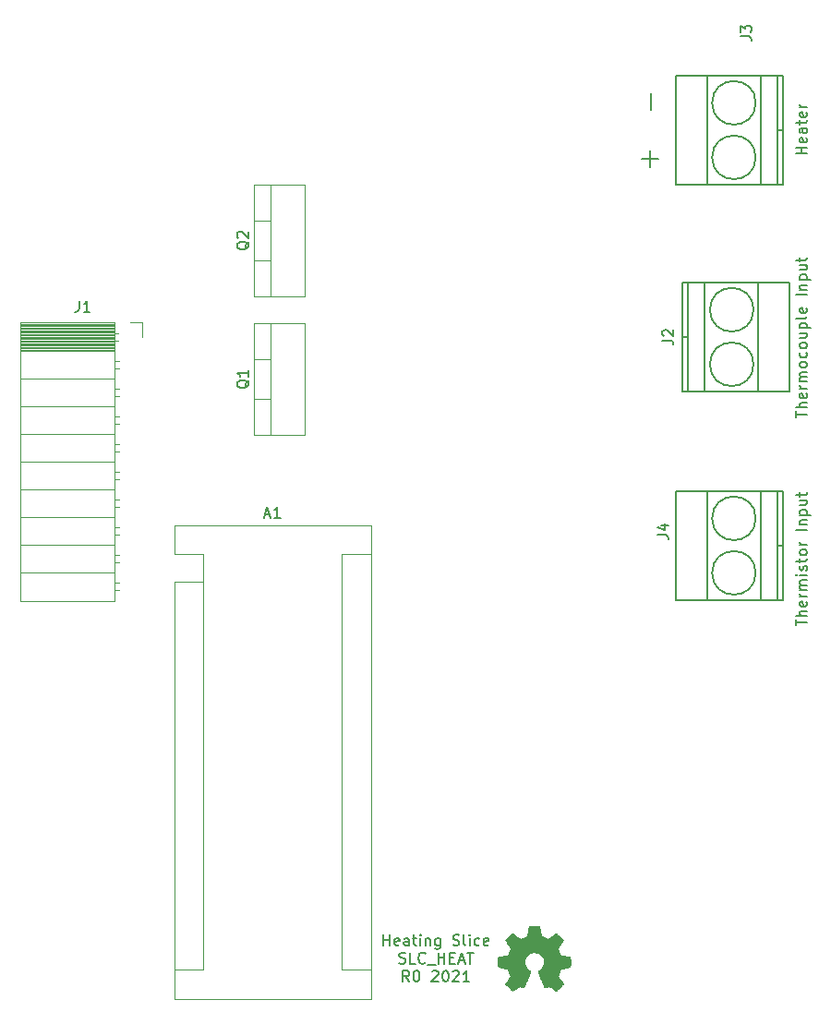
<source format=gbr>
%TF.GenerationSoftware,KiCad,Pcbnew,5.1.10*%
%TF.CreationDate,2021-10-26T18:06:13-04:00*%
%TF.ProjectId,BREAD_Slice,42524541-445f-4536-9c69-63652e6b6963,rev?*%
%TF.SameCoordinates,Original*%
%TF.FileFunction,Legend,Top*%
%TF.FilePolarity,Positive*%
%FSLAX46Y46*%
G04 Gerber Fmt 4.6, Leading zero omitted, Abs format (unit mm)*
G04 Created by KiCad (PCBNEW 5.1.10) date 2021-10-26 18:06:13*
%MOMM*%
%LPD*%
G01*
G04 APERTURE LIST*
%ADD10C,0.150000*%
%ADD11C,0.120000*%
%ADD12C,0.010000*%
G04 APERTURE END LIST*
D10*
X177352857Y-58011904D02*
X177352857Y-56488095D01*
X176448095Y-62472857D02*
X177971904Y-62472857D01*
X177210000Y-63234761D02*
X177210000Y-61710952D01*
X191632380Y-61980476D02*
X190632380Y-61980476D01*
X191108571Y-61980476D02*
X191108571Y-61409047D01*
X191632380Y-61409047D02*
X190632380Y-61409047D01*
X191584761Y-60551904D02*
X191632380Y-60647142D01*
X191632380Y-60837619D01*
X191584761Y-60932857D01*
X191489523Y-60980476D01*
X191108571Y-60980476D01*
X191013333Y-60932857D01*
X190965714Y-60837619D01*
X190965714Y-60647142D01*
X191013333Y-60551904D01*
X191108571Y-60504285D01*
X191203809Y-60504285D01*
X191299047Y-60980476D01*
X191632380Y-59647142D02*
X191108571Y-59647142D01*
X191013333Y-59694761D01*
X190965714Y-59790000D01*
X190965714Y-59980476D01*
X191013333Y-60075714D01*
X191584761Y-59647142D02*
X191632380Y-59742380D01*
X191632380Y-59980476D01*
X191584761Y-60075714D01*
X191489523Y-60123333D01*
X191394285Y-60123333D01*
X191299047Y-60075714D01*
X191251428Y-59980476D01*
X191251428Y-59742380D01*
X191203809Y-59647142D01*
X190965714Y-59313809D02*
X190965714Y-58932857D01*
X190632380Y-59170952D02*
X191489523Y-59170952D01*
X191584761Y-59123333D01*
X191632380Y-59028095D01*
X191632380Y-58932857D01*
X191584761Y-58218571D02*
X191632380Y-58313809D01*
X191632380Y-58504285D01*
X191584761Y-58599523D01*
X191489523Y-58647142D01*
X191108571Y-58647142D01*
X191013333Y-58599523D01*
X190965714Y-58504285D01*
X190965714Y-58313809D01*
X191013333Y-58218571D01*
X191108571Y-58170952D01*
X191203809Y-58170952D01*
X191299047Y-58647142D01*
X191632380Y-57742380D02*
X190965714Y-57742380D01*
X191156190Y-57742380D02*
X191060952Y-57694761D01*
X191013333Y-57647142D01*
X190965714Y-57551904D01*
X190965714Y-57456666D01*
X190632380Y-86173333D02*
X190632380Y-85601904D01*
X191632380Y-85887619D02*
X190632380Y-85887619D01*
X191632380Y-85268571D02*
X190632380Y-85268571D01*
X191632380Y-84840000D02*
X191108571Y-84840000D01*
X191013333Y-84887619D01*
X190965714Y-84982857D01*
X190965714Y-85125714D01*
X191013333Y-85220952D01*
X191060952Y-85268571D01*
X191584761Y-83982857D02*
X191632380Y-84078095D01*
X191632380Y-84268571D01*
X191584761Y-84363809D01*
X191489523Y-84411428D01*
X191108571Y-84411428D01*
X191013333Y-84363809D01*
X190965714Y-84268571D01*
X190965714Y-84078095D01*
X191013333Y-83982857D01*
X191108571Y-83935238D01*
X191203809Y-83935238D01*
X191299047Y-84411428D01*
X191632380Y-83506666D02*
X190965714Y-83506666D01*
X191156190Y-83506666D02*
X191060952Y-83459047D01*
X191013333Y-83411428D01*
X190965714Y-83316190D01*
X190965714Y-83220952D01*
X191632380Y-82887619D02*
X190965714Y-82887619D01*
X191060952Y-82887619D02*
X191013333Y-82840000D01*
X190965714Y-82744761D01*
X190965714Y-82601904D01*
X191013333Y-82506666D01*
X191108571Y-82459047D01*
X191632380Y-82459047D01*
X191108571Y-82459047D02*
X191013333Y-82411428D01*
X190965714Y-82316190D01*
X190965714Y-82173333D01*
X191013333Y-82078095D01*
X191108571Y-82030476D01*
X191632380Y-82030476D01*
X191632380Y-81411428D02*
X191584761Y-81506666D01*
X191537142Y-81554285D01*
X191441904Y-81601904D01*
X191156190Y-81601904D01*
X191060952Y-81554285D01*
X191013333Y-81506666D01*
X190965714Y-81411428D01*
X190965714Y-81268571D01*
X191013333Y-81173333D01*
X191060952Y-81125714D01*
X191156190Y-81078095D01*
X191441904Y-81078095D01*
X191537142Y-81125714D01*
X191584761Y-81173333D01*
X191632380Y-81268571D01*
X191632380Y-81411428D01*
X191584761Y-80220952D02*
X191632380Y-80316190D01*
X191632380Y-80506666D01*
X191584761Y-80601904D01*
X191537142Y-80649523D01*
X191441904Y-80697142D01*
X191156190Y-80697142D01*
X191060952Y-80649523D01*
X191013333Y-80601904D01*
X190965714Y-80506666D01*
X190965714Y-80316190D01*
X191013333Y-80220952D01*
X191632380Y-79649523D02*
X191584761Y-79744761D01*
X191537142Y-79792380D01*
X191441904Y-79840000D01*
X191156190Y-79840000D01*
X191060952Y-79792380D01*
X191013333Y-79744761D01*
X190965714Y-79649523D01*
X190965714Y-79506666D01*
X191013333Y-79411428D01*
X191060952Y-79363809D01*
X191156190Y-79316190D01*
X191441904Y-79316190D01*
X191537142Y-79363809D01*
X191584761Y-79411428D01*
X191632380Y-79506666D01*
X191632380Y-79649523D01*
X190965714Y-78459047D02*
X191632380Y-78459047D01*
X190965714Y-78887619D02*
X191489523Y-78887619D01*
X191584761Y-78840000D01*
X191632380Y-78744761D01*
X191632380Y-78601904D01*
X191584761Y-78506666D01*
X191537142Y-78459047D01*
X190965714Y-77982857D02*
X191965714Y-77982857D01*
X191013333Y-77982857D02*
X190965714Y-77887619D01*
X190965714Y-77697142D01*
X191013333Y-77601904D01*
X191060952Y-77554285D01*
X191156190Y-77506666D01*
X191441904Y-77506666D01*
X191537142Y-77554285D01*
X191584761Y-77601904D01*
X191632380Y-77697142D01*
X191632380Y-77887619D01*
X191584761Y-77982857D01*
X191632380Y-76935238D02*
X191584761Y-77030476D01*
X191489523Y-77078095D01*
X190632380Y-77078095D01*
X191584761Y-76173333D02*
X191632380Y-76268571D01*
X191632380Y-76459047D01*
X191584761Y-76554285D01*
X191489523Y-76601904D01*
X191108571Y-76601904D01*
X191013333Y-76554285D01*
X190965714Y-76459047D01*
X190965714Y-76268571D01*
X191013333Y-76173333D01*
X191108571Y-76125714D01*
X191203809Y-76125714D01*
X191299047Y-76601904D01*
X191632380Y-74935238D02*
X190632380Y-74935238D01*
X190965714Y-74459047D02*
X191632380Y-74459047D01*
X191060952Y-74459047D02*
X191013333Y-74411428D01*
X190965714Y-74316190D01*
X190965714Y-74173333D01*
X191013333Y-74078095D01*
X191108571Y-74030476D01*
X191632380Y-74030476D01*
X190965714Y-73554285D02*
X191965714Y-73554285D01*
X191013333Y-73554285D02*
X190965714Y-73459047D01*
X190965714Y-73268571D01*
X191013333Y-73173333D01*
X191060952Y-73125714D01*
X191156190Y-73078095D01*
X191441904Y-73078095D01*
X191537142Y-73125714D01*
X191584761Y-73173333D01*
X191632380Y-73268571D01*
X191632380Y-73459047D01*
X191584761Y-73554285D01*
X190965714Y-72220952D02*
X191632380Y-72220952D01*
X190965714Y-72649523D02*
X191489523Y-72649523D01*
X191584761Y-72601904D01*
X191632380Y-72506666D01*
X191632380Y-72363809D01*
X191584761Y-72268571D01*
X191537142Y-72220952D01*
X190965714Y-71887619D02*
X190965714Y-71506666D01*
X190632380Y-71744761D02*
X191489523Y-71744761D01*
X191584761Y-71697142D01*
X191632380Y-71601904D01*
X191632380Y-71506666D01*
X190632380Y-105255238D02*
X190632380Y-104683809D01*
X191632380Y-104969523D02*
X190632380Y-104969523D01*
X191632380Y-104350476D02*
X190632380Y-104350476D01*
X191632380Y-103921904D02*
X191108571Y-103921904D01*
X191013333Y-103969523D01*
X190965714Y-104064761D01*
X190965714Y-104207619D01*
X191013333Y-104302857D01*
X191060952Y-104350476D01*
X191584761Y-103064761D02*
X191632380Y-103160000D01*
X191632380Y-103350476D01*
X191584761Y-103445714D01*
X191489523Y-103493333D01*
X191108571Y-103493333D01*
X191013333Y-103445714D01*
X190965714Y-103350476D01*
X190965714Y-103160000D01*
X191013333Y-103064761D01*
X191108571Y-103017142D01*
X191203809Y-103017142D01*
X191299047Y-103493333D01*
X191632380Y-102588571D02*
X190965714Y-102588571D01*
X191156190Y-102588571D02*
X191060952Y-102540952D01*
X191013333Y-102493333D01*
X190965714Y-102398095D01*
X190965714Y-102302857D01*
X191632380Y-101969523D02*
X190965714Y-101969523D01*
X191060952Y-101969523D02*
X191013333Y-101921904D01*
X190965714Y-101826666D01*
X190965714Y-101683809D01*
X191013333Y-101588571D01*
X191108571Y-101540952D01*
X191632380Y-101540952D01*
X191108571Y-101540952D02*
X191013333Y-101493333D01*
X190965714Y-101398095D01*
X190965714Y-101255238D01*
X191013333Y-101160000D01*
X191108571Y-101112380D01*
X191632380Y-101112380D01*
X191632380Y-100636190D02*
X190965714Y-100636190D01*
X190632380Y-100636190D02*
X190680000Y-100683809D01*
X190727619Y-100636190D01*
X190680000Y-100588571D01*
X190632380Y-100636190D01*
X190727619Y-100636190D01*
X191584761Y-100207619D02*
X191632380Y-100112380D01*
X191632380Y-99921904D01*
X191584761Y-99826666D01*
X191489523Y-99779047D01*
X191441904Y-99779047D01*
X191346666Y-99826666D01*
X191299047Y-99921904D01*
X191299047Y-100064761D01*
X191251428Y-100160000D01*
X191156190Y-100207619D01*
X191108571Y-100207619D01*
X191013333Y-100160000D01*
X190965714Y-100064761D01*
X190965714Y-99921904D01*
X191013333Y-99826666D01*
X190965714Y-99493333D02*
X190965714Y-99112380D01*
X190632380Y-99350476D02*
X191489523Y-99350476D01*
X191584761Y-99302857D01*
X191632380Y-99207619D01*
X191632380Y-99112380D01*
X191632380Y-98636190D02*
X191584761Y-98731428D01*
X191537142Y-98779047D01*
X191441904Y-98826666D01*
X191156190Y-98826666D01*
X191060952Y-98779047D01*
X191013333Y-98731428D01*
X190965714Y-98636190D01*
X190965714Y-98493333D01*
X191013333Y-98398095D01*
X191060952Y-98350476D01*
X191156190Y-98302857D01*
X191441904Y-98302857D01*
X191537142Y-98350476D01*
X191584761Y-98398095D01*
X191632380Y-98493333D01*
X191632380Y-98636190D01*
X191632380Y-97874285D02*
X190965714Y-97874285D01*
X191156190Y-97874285D02*
X191060952Y-97826666D01*
X191013333Y-97779047D01*
X190965714Y-97683809D01*
X190965714Y-97588571D01*
X191632380Y-96493333D02*
X190632380Y-96493333D01*
X190965714Y-96017142D02*
X191632380Y-96017142D01*
X191060952Y-96017142D02*
X191013333Y-95969523D01*
X190965714Y-95874285D01*
X190965714Y-95731428D01*
X191013333Y-95636190D01*
X191108571Y-95588571D01*
X191632380Y-95588571D01*
X190965714Y-95112380D02*
X191965714Y-95112380D01*
X191013333Y-95112380D02*
X190965714Y-95017142D01*
X190965714Y-94826666D01*
X191013333Y-94731428D01*
X191060952Y-94683809D01*
X191156190Y-94636190D01*
X191441904Y-94636190D01*
X191537142Y-94683809D01*
X191584761Y-94731428D01*
X191632380Y-94826666D01*
X191632380Y-95017142D01*
X191584761Y-95112380D01*
X190965714Y-93779047D02*
X191632380Y-93779047D01*
X190965714Y-94207619D02*
X191489523Y-94207619D01*
X191584761Y-94160000D01*
X191632380Y-94064761D01*
X191632380Y-93921904D01*
X191584761Y-93826666D01*
X191537142Y-93779047D01*
X190965714Y-93445714D02*
X190965714Y-93064761D01*
X190632380Y-93302857D02*
X191489523Y-93302857D01*
X191584761Y-93255238D01*
X191632380Y-93160000D01*
X191632380Y-93064761D01*
X152790475Y-134602380D02*
X152790475Y-133602380D01*
X152790475Y-134078571D02*
X153361903Y-134078571D01*
X153361903Y-134602380D02*
X153361903Y-133602380D01*
X154219046Y-134554761D02*
X154123808Y-134602380D01*
X153933332Y-134602380D01*
X153838094Y-134554761D01*
X153790475Y-134459523D01*
X153790475Y-134078571D01*
X153838094Y-133983333D01*
X153933332Y-133935714D01*
X154123808Y-133935714D01*
X154219046Y-133983333D01*
X154266665Y-134078571D01*
X154266665Y-134173809D01*
X153790475Y-134269047D01*
X155123808Y-134602380D02*
X155123808Y-134078571D01*
X155076189Y-133983333D01*
X154980951Y-133935714D01*
X154790475Y-133935714D01*
X154695237Y-133983333D01*
X155123808Y-134554761D02*
X155028570Y-134602380D01*
X154790475Y-134602380D01*
X154695237Y-134554761D01*
X154647618Y-134459523D01*
X154647618Y-134364285D01*
X154695237Y-134269047D01*
X154790475Y-134221428D01*
X155028570Y-134221428D01*
X155123808Y-134173809D01*
X155457141Y-133935714D02*
X155838094Y-133935714D01*
X155599999Y-133602380D02*
X155599999Y-134459523D01*
X155647618Y-134554761D01*
X155742856Y-134602380D01*
X155838094Y-134602380D01*
X156171427Y-134602380D02*
X156171427Y-133935714D01*
X156171427Y-133602380D02*
X156123808Y-133650000D01*
X156171427Y-133697619D01*
X156219046Y-133650000D01*
X156171427Y-133602380D01*
X156171427Y-133697619D01*
X156647618Y-133935714D02*
X156647618Y-134602380D01*
X156647618Y-134030952D02*
X156695237Y-133983333D01*
X156790475Y-133935714D01*
X156933332Y-133935714D01*
X157028570Y-133983333D01*
X157076189Y-134078571D01*
X157076189Y-134602380D01*
X157980951Y-133935714D02*
X157980951Y-134745238D01*
X157933332Y-134840476D01*
X157885713Y-134888095D01*
X157790475Y-134935714D01*
X157647618Y-134935714D01*
X157552379Y-134888095D01*
X157980951Y-134554761D02*
X157885713Y-134602380D01*
X157695237Y-134602380D01*
X157599999Y-134554761D01*
X157552379Y-134507142D01*
X157504760Y-134411904D01*
X157504760Y-134126190D01*
X157552379Y-134030952D01*
X157599999Y-133983333D01*
X157695237Y-133935714D01*
X157885713Y-133935714D01*
X157980951Y-133983333D01*
X159171427Y-134554761D02*
X159314284Y-134602380D01*
X159552379Y-134602380D01*
X159647618Y-134554761D01*
X159695237Y-134507142D01*
X159742856Y-134411904D01*
X159742856Y-134316666D01*
X159695237Y-134221428D01*
X159647618Y-134173809D01*
X159552379Y-134126190D01*
X159361903Y-134078571D01*
X159266665Y-134030952D01*
X159219046Y-133983333D01*
X159171427Y-133888095D01*
X159171427Y-133792857D01*
X159219046Y-133697619D01*
X159266665Y-133650000D01*
X159361903Y-133602380D01*
X159599999Y-133602380D01*
X159742856Y-133650000D01*
X160314284Y-134602380D02*
X160219046Y-134554761D01*
X160171427Y-134459523D01*
X160171427Y-133602380D01*
X160695237Y-134602380D02*
X160695237Y-133935714D01*
X160695237Y-133602380D02*
X160647618Y-133650000D01*
X160695237Y-133697619D01*
X160742856Y-133650000D01*
X160695237Y-133602380D01*
X160695237Y-133697619D01*
X161599999Y-134554761D02*
X161504760Y-134602380D01*
X161314284Y-134602380D01*
X161219046Y-134554761D01*
X161171427Y-134507142D01*
X161123808Y-134411904D01*
X161123808Y-134126190D01*
X161171427Y-134030952D01*
X161219046Y-133983333D01*
X161314284Y-133935714D01*
X161504760Y-133935714D01*
X161599999Y-133983333D01*
X162409522Y-134554761D02*
X162314284Y-134602380D01*
X162123808Y-134602380D01*
X162028570Y-134554761D01*
X161980951Y-134459523D01*
X161980951Y-134078571D01*
X162028570Y-133983333D01*
X162123808Y-133935714D01*
X162314284Y-133935714D01*
X162409522Y-133983333D01*
X162457141Y-134078571D01*
X162457141Y-134173809D01*
X161980951Y-134269047D01*
X154242856Y-136204761D02*
X154385713Y-136252380D01*
X154623808Y-136252380D01*
X154719046Y-136204761D01*
X154766665Y-136157142D01*
X154814284Y-136061904D01*
X154814284Y-135966666D01*
X154766665Y-135871428D01*
X154719046Y-135823809D01*
X154623808Y-135776190D01*
X154433332Y-135728571D01*
X154338094Y-135680952D01*
X154290475Y-135633333D01*
X154242856Y-135538095D01*
X154242856Y-135442857D01*
X154290475Y-135347619D01*
X154338094Y-135300000D01*
X154433332Y-135252380D01*
X154671427Y-135252380D01*
X154814284Y-135300000D01*
X155719046Y-136252380D02*
X155242856Y-136252380D01*
X155242856Y-135252380D01*
X156623808Y-136157142D02*
X156576189Y-136204761D01*
X156433332Y-136252380D01*
X156338094Y-136252380D01*
X156195237Y-136204761D01*
X156099999Y-136109523D01*
X156052379Y-136014285D01*
X156004760Y-135823809D01*
X156004760Y-135680952D01*
X156052379Y-135490476D01*
X156099999Y-135395238D01*
X156195237Y-135300000D01*
X156338094Y-135252380D01*
X156433332Y-135252380D01*
X156576189Y-135300000D01*
X156623808Y-135347619D01*
X156814284Y-136347619D02*
X157576189Y-136347619D01*
X157814284Y-136252380D02*
X157814284Y-135252380D01*
X157814284Y-135728571D02*
X158385713Y-135728571D01*
X158385713Y-136252380D02*
X158385713Y-135252380D01*
X158861903Y-135728571D02*
X159195237Y-135728571D01*
X159338094Y-136252380D02*
X158861903Y-136252380D01*
X158861903Y-135252380D01*
X159338094Y-135252380D01*
X159719046Y-135966666D02*
X160195237Y-135966666D01*
X159623808Y-136252380D02*
X159957141Y-135252380D01*
X160290475Y-136252380D01*
X160480951Y-135252380D02*
X161052379Y-135252380D01*
X160766665Y-136252380D02*
X160766665Y-135252380D01*
X155147618Y-137902380D02*
X154814284Y-137426190D01*
X154576189Y-137902380D02*
X154576189Y-136902380D01*
X154957141Y-136902380D01*
X155052379Y-136950000D01*
X155099999Y-136997619D01*
X155147618Y-137092857D01*
X155147618Y-137235714D01*
X155099999Y-137330952D01*
X155052379Y-137378571D01*
X154957141Y-137426190D01*
X154576189Y-137426190D01*
X155766665Y-136902380D02*
X155861903Y-136902380D01*
X155957141Y-136950000D01*
X156004760Y-136997619D01*
X156052379Y-137092857D01*
X156099999Y-137283333D01*
X156099999Y-137521428D01*
X156052379Y-137711904D01*
X156004760Y-137807142D01*
X155957141Y-137854761D01*
X155861903Y-137902380D01*
X155766665Y-137902380D01*
X155671427Y-137854761D01*
X155623808Y-137807142D01*
X155576189Y-137711904D01*
X155528570Y-137521428D01*
X155528570Y-137283333D01*
X155576189Y-137092857D01*
X155623808Y-136997619D01*
X155671427Y-136950000D01*
X155766665Y-136902380D01*
X157242856Y-136997619D02*
X157290475Y-136950000D01*
X157385713Y-136902380D01*
X157623808Y-136902380D01*
X157719046Y-136950000D01*
X157766665Y-136997619D01*
X157814284Y-137092857D01*
X157814284Y-137188095D01*
X157766665Y-137330952D01*
X157195237Y-137902380D01*
X157814284Y-137902380D01*
X158433332Y-136902380D02*
X158528570Y-136902380D01*
X158623808Y-136950000D01*
X158671427Y-136997619D01*
X158719046Y-137092857D01*
X158766665Y-137283333D01*
X158766665Y-137521428D01*
X158719046Y-137711904D01*
X158671427Y-137807142D01*
X158623808Y-137854761D01*
X158528570Y-137902380D01*
X158433332Y-137902380D01*
X158338094Y-137854761D01*
X158290475Y-137807142D01*
X158242856Y-137711904D01*
X158195237Y-137521428D01*
X158195237Y-137283333D01*
X158242856Y-137092857D01*
X158290475Y-136997619D01*
X158338094Y-136950000D01*
X158433332Y-136902380D01*
X159147618Y-136997619D02*
X159195237Y-136950000D01*
X159290475Y-136902380D01*
X159528570Y-136902380D01*
X159623808Y-136950000D01*
X159671427Y-136997619D01*
X159719046Y-137092857D01*
X159719046Y-137188095D01*
X159671427Y-137330952D01*
X159099999Y-137902380D01*
X159719046Y-137902380D01*
X160671427Y-137902380D02*
X160099999Y-137902380D01*
X160385713Y-137902380D02*
X160385713Y-136902380D01*
X160290475Y-137045238D01*
X160195237Y-137140476D01*
X160099999Y-137188095D01*
D11*
%TO.C,Q2*%
X140920000Y-68099000D02*
X142430000Y-68099000D01*
X140920000Y-71800000D02*
X142430000Y-71800000D01*
X142430000Y-75070000D02*
X142430000Y-64830000D01*
X140920000Y-64830000D02*
X145561000Y-64830000D01*
X140920000Y-75070000D02*
X145561000Y-75070000D01*
X145561000Y-75070000D02*
X145561000Y-64830000D01*
X140920000Y-75070000D02*
X140920000Y-64830000D01*
%TO.C,Q1*%
X140920000Y-80799000D02*
X142430000Y-80799000D01*
X140920000Y-84500000D02*
X142430000Y-84500000D01*
X142430000Y-87770000D02*
X142430000Y-77530000D01*
X140920000Y-77530000D02*
X145561000Y-77530000D01*
X140920000Y-87770000D02*
X145561000Y-87770000D01*
X145561000Y-87770000D02*
X145561000Y-77530000D01*
X140920000Y-87770000D02*
X140920000Y-77530000D01*
D10*
%TO.C,J4*%
X179630000Y-102930000D02*
X189430000Y-102930000D01*
X179630000Y-92930000D02*
X179630000Y-102930000D01*
X189430000Y-92930000D02*
X179630000Y-92930000D01*
X189430000Y-102930000D02*
X189430000Y-92930000D01*
X188930000Y-102930000D02*
X188930000Y-92930000D01*
X182530000Y-102930000D02*
X182530000Y-92930000D01*
X187430000Y-102930000D02*
X187430000Y-92930000D01*
X186930000Y-100430000D02*
G75*
G03*
X186930000Y-100430000I-2000000J0D01*
G01*
X186930000Y-95430000D02*
G75*
G03*
X186930000Y-95430000I-2000000J0D01*
G01*
X188930000Y-97930000D02*
X189430000Y-97930000D01*
%TO.C,J3*%
X179630000Y-64830000D02*
X189430000Y-64830000D01*
X179630000Y-54830000D02*
X179630000Y-64830000D01*
X189430000Y-54830000D02*
X179630000Y-54830000D01*
X189430000Y-64830000D02*
X189430000Y-54830000D01*
X188930000Y-64830000D02*
X188930000Y-54830000D01*
X182530000Y-64830000D02*
X182530000Y-54830000D01*
X187430000Y-64830000D02*
X187430000Y-54830000D01*
X186930000Y-62330000D02*
G75*
G03*
X186930000Y-62330000I-2000000J0D01*
G01*
X186930000Y-57330000D02*
G75*
G03*
X186930000Y-57330000I-2000000J0D01*
G01*
X188930000Y-59830000D02*
X189430000Y-59830000D01*
%TO.C,J2*%
X190030000Y-73800000D02*
X180230000Y-73800000D01*
X190030000Y-83800000D02*
X190030000Y-73800000D01*
X180230000Y-83800000D02*
X190030000Y-83800000D01*
X180230000Y-73800000D02*
X180230000Y-83800000D01*
X180730000Y-73800000D02*
X180730000Y-83800000D01*
X187130000Y-73800000D02*
X187130000Y-83800000D01*
X182230000Y-73800000D02*
X182230000Y-83800000D01*
X186730000Y-76300000D02*
G75*
G03*
X186730000Y-76300000I-2000000J0D01*
G01*
X186730000Y-81300000D02*
G75*
G03*
X186730000Y-81300000I-2000000J0D01*
G01*
X180730000Y-78800000D02*
X180230000Y-78800000D01*
D12*
%TO.C,Logo1*%
G36*
X167155814Y-133268931D02*
G01*
X167239635Y-133713555D01*
X167548920Y-133841053D01*
X167858206Y-133968551D01*
X168229246Y-133716246D01*
X168333157Y-133645996D01*
X168427087Y-133583272D01*
X168506652Y-133530938D01*
X168567470Y-133491857D01*
X168605157Y-133468893D01*
X168615421Y-133463942D01*
X168633910Y-133476676D01*
X168673420Y-133511882D01*
X168729522Y-133565062D01*
X168797787Y-133631718D01*
X168873786Y-133707354D01*
X168953092Y-133787472D01*
X169031275Y-133867574D01*
X169103907Y-133943164D01*
X169166559Y-134009745D01*
X169214803Y-134062818D01*
X169244210Y-134097887D01*
X169251241Y-134109623D01*
X169241123Y-134131260D01*
X169212759Y-134178662D01*
X169169129Y-134247193D01*
X169113218Y-134332215D01*
X169048006Y-134429093D01*
X169010219Y-134484350D01*
X168941343Y-134585248D01*
X168880140Y-134676299D01*
X168829578Y-134752970D01*
X168792628Y-134810728D01*
X168772258Y-134845043D01*
X168769197Y-134852254D01*
X168776136Y-134872748D01*
X168795051Y-134920513D01*
X168823087Y-134988832D01*
X168857391Y-135070989D01*
X168895109Y-135160270D01*
X168933387Y-135249958D01*
X168969370Y-135333338D01*
X169000206Y-135403694D01*
X169023039Y-135454310D01*
X169035017Y-135478471D01*
X169035724Y-135479422D01*
X169054531Y-135484036D01*
X169104618Y-135494328D01*
X169180793Y-135509287D01*
X169277865Y-135527901D01*
X169390643Y-135549159D01*
X169456442Y-135561418D01*
X169576950Y-135584362D01*
X169685797Y-135606195D01*
X169777476Y-135625722D01*
X169846481Y-135641748D01*
X169887304Y-135653079D01*
X169895511Y-135656674D01*
X169903548Y-135681006D01*
X169910033Y-135735959D01*
X169914970Y-135815108D01*
X169918364Y-135912026D01*
X169920218Y-136020287D01*
X169920538Y-136133465D01*
X169919327Y-136245135D01*
X169916590Y-136348868D01*
X169912331Y-136438241D01*
X169906555Y-136506826D01*
X169899267Y-136548197D01*
X169894895Y-136556810D01*
X169868764Y-136567133D01*
X169813393Y-136581892D01*
X169736107Y-136599352D01*
X169644230Y-136617780D01*
X169612158Y-136623741D01*
X169457524Y-136652066D01*
X169335375Y-136674876D01*
X169241673Y-136693080D01*
X169172384Y-136707583D01*
X169123471Y-136719292D01*
X169090897Y-136729115D01*
X169070628Y-136737956D01*
X169058626Y-136746724D01*
X169056947Y-136748457D01*
X169040184Y-136776371D01*
X169014614Y-136830695D01*
X168982788Y-136904777D01*
X168947260Y-136991965D01*
X168910583Y-137085608D01*
X168875311Y-137179052D01*
X168843996Y-137265647D01*
X168819193Y-137338740D01*
X168803454Y-137391678D01*
X168799332Y-137417811D01*
X168799676Y-137418726D01*
X168813641Y-137440086D01*
X168845322Y-137487084D01*
X168891391Y-137554827D01*
X168948518Y-137638423D01*
X169013373Y-137732982D01*
X169031843Y-137759854D01*
X169097699Y-137857275D01*
X169155650Y-137946163D01*
X169202538Y-138021412D01*
X169235207Y-138077920D01*
X169250500Y-138110581D01*
X169251241Y-138114593D01*
X169238392Y-138135684D01*
X169202888Y-138177464D01*
X169149293Y-138235445D01*
X169082171Y-138305135D01*
X169006087Y-138382045D01*
X168925604Y-138461683D01*
X168845287Y-138539561D01*
X168769699Y-138611186D01*
X168703405Y-138672070D01*
X168650969Y-138717721D01*
X168616955Y-138743650D01*
X168607545Y-138747883D01*
X168585643Y-138737912D01*
X168540800Y-138711020D01*
X168480321Y-138671736D01*
X168433789Y-138640117D01*
X168349475Y-138582098D01*
X168249626Y-138513784D01*
X168149473Y-138445579D01*
X168095627Y-138409075D01*
X167913371Y-138285800D01*
X167760381Y-138368520D01*
X167690682Y-138404759D01*
X167631414Y-138432926D01*
X167591311Y-138448991D01*
X167581103Y-138451226D01*
X167568829Y-138434722D01*
X167544613Y-138388082D01*
X167510263Y-138315609D01*
X167467588Y-138221606D01*
X167418394Y-138110374D01*
X167364490Y-137986215D01*
X167307684Y-137853432D01*
X167249782Y-137716327D01*
X167192593Y-137579202D01*
X167137924Y-137446358D01*
X167087584Y-137322098D01*
X167043380Y-137210725D01*
X167007119Y-137116539D01*
X166980609Y-137043844D01*
X166965658Y-136996941D01*
X166963254Y-136980833D01*
X166982311Y-136960286D01*
X167024036Y-136926933D01*
X167079706Y-136887702D01*
X167084378Y-136884599D01*
X167228264Y-136769423D01*
X167344283Y-136635053D01*
X167431430Y-136485784D01*
X167488699Y-136325913D01*
X167515086Y-136159737D01*
X167509585Y-135991552D01*
X167471190Y-135825655D01*
X167398895Y-135666342D01*
X167377626Y-135631487D01*
X167266996Y-135490737D01*
X167136302Y-135377714D01*
X166990064Y-135293003D01*
X166832808Y-135237194D01*
X166669057Y-135210874D01*
X166503333Y-135214630D01*
X166340162Y-135249050D01*
X166184065Y-135314723D01*
X166039567Y-135412235D01*
X165994869Y-135451813D01*
X165881112Y-135575703D01*
X165798218Y-135706124D01*
X165741356Y-135852315D01*
X165709687Y-135997088D01*
X165701869Y-136159860D01*
X165727938Y-136323440D01*
X165785245Y-136482298D01*
X165871144Y-136630906D01*
X165982986Y-136763735D01*
X166118123Y-136875256D01*
X166135883Y-136887011D01*
X166192150Y-136925508D01*
X166234923Y-136958863D01*
X166255372Y-136980160D01*
X166255669Y-136980833D01*
X166251279Y-137003871D01*
X166233876Y-137056157D01*
X166205268Y-137133390D01*
X166167265Y-137231268D01*
X166121674Y-137345491D01*
X166070303Y-137471758D01*
X166014962Y-137605767D01*
X165957458Y-137743218D01*
X165899601Y-137879808D01*
X165843198Y-138011237D01*
X165790058Y-138133205D01*
X165741990Y-138241409D01*
X165700801Y-138331549D01*
X165668301Y-138399323D01*
X165646297Y-138440430D01*
X165637436Y-138451226D01*
X165610360Y-138442819D01*
X165559697Y-138420272D01*
X165494183Y-138387613D01*
X165458159Y-138368520D01*
X165305168Y-138285800D01*
X165122912Y-138409075D01*
X165029875Y-138472228D01*
X164928015Y-138541727D01*
X164832562Y-138607165D01*
X164784750Y-138640117D01*
X164717505Y-138685273D01*
X164660564Y-138721057D01*
X164621354Y-138742938D01*
X164608619Y-138747563D01*
X164590083Y-138735085D01*
X164549059Y-138700252D01*
X164489525Y-138646678D01*
X164415458Y-138577983D01*
X164330835Y-138497781D01*
X164277315Y-138446286D01*
X164183681Y-138354286D01*
X164102759Y-138271999D01*
X164037823Y-138202945D01*
X163992142Y-138150644D01*
X163968989Y-138118616D01*
X163966768Y-138112116D01*
X163977076Y-138087394D01*
X164005561Y-138037405D01*
X164049063Y-137967212D01*
X164104423Y-137881875D01*
X164168480Y-137786456D01*
X164186697Y-137759854D01*
X164253073Y-137663167D01*
X164312622Y-137576117D01*
X164362016Y-137503595D01*
X164397925Y-137450493D01*
X164417019Y-137421703D01*
X164418864Y-137418726D01*
X164416105Y-137395782D01*
X164401462Y-137345336D01*
X164377487Y-137274041D01*
X164346734Y-137188547D01*
X164311756Y-137095507D01*
X164275107Y-137001574D01*
X164239339Y-136913399D01*
X164207006Y-136837634D01*
X164180662Y-136780931D01*
X164162858Y-136749943D01*
X164161593Y-136748457D01*
X164150706Y-136739601D01*
X164132318Y-136730843D01*
X164102394Y-136721277D01*
X164056897Y-136709996D01*
X163991791Y-136696093D01*
X163903039Y-136678663D01*
X163786607Y-136656798D01*
X163638458Y-136629591D01*
X163606382Y-136623741D01*
X163511314Y-136605374D01*
X163428435Y-136587405D01*
X163365070Y-136571569D01*
X163328542Y-136559600D01*
X163323644Y-136556810D01*
X163315573Y-136532072D01*
X163309013Y-136476790D01*
X163303967Y-136397389D01*
X163300441Y-136300296D01*
X163298439Y-136191938D01*
X163297964Y-136078740D01*
X163299023Y-135967128D01*
X163301618Y-135863529D01*
X163305754Y-135774368D01*
X163311437Y-135706072D01*
X163318669Y-135665066D01*
X163323029Y-135656674D01*
X163347302Y-135648208D01*
X163402574Y-135634435D01*
X163483338Y-135616550D01*
X163584088Y-135595748D01*
X163699317Y-135573223D01*
X163762098Y-135561418D01*
X163881213Y-135539151D01*
X163987435Y-135518979D01*
X164075573Y-135501915D01*
X164140434Y-135488969D01*
X164176826Y-135481155D01*
X164182816Y-135479422D01*
X164192939Y-135459890D01*
X164214338Y-135412843D01*
X164244161Y-135345003D01*
X164279555Y-135263091D01*
X164317668Y-135173828D01*
X164355647Y-135083935D01*
X164390640Y-135000135D01*
X164419794Y-134929147D01*
X164440257Y-134877694D01*
X164449177Y-134852497D01*
X164449343Y-134851396D01*
X164439231Y-134831519D01*
X164410883Y-134785777D01*
X164367277Y-134718717D01*
X164311394Y-134634884D01*
X164246213Y-134538826D01*
X164208321Y-134483650D01*
X164139275Y-134382481D01*
X164077950Y-134290630D01*
X164027337Y-134212744D01*
X163990429Y-134153469D01*
X163970218Y-134117451D01*
X163967299Y-134109377D01*
X163979847Y-134090584D01*
X164014537Y-134050457D01*
X164066937Y-133993493D01*
X164132616Y-133924185D01*
X164207144Y-133847031D01*
X164286087Y-133766525D01*
X164365017Y-133687163D01*
X164439500Y-133613440D01*
X164505106Y-133549852D01*
X164557404Y-133500894D01*
X164591961Y-133471061D01*
X164603522Y-133463942D01*
X164622346Y-133473953D01*
X164667369Y-133502078D01*
X164734213Y-133545454D01*
X164818501Y-133601218D01*
X164915856Y-133666506D01*
X164989293Y-133716246D01*
X165360333Y-133968551D01*
X165978905Y-133713555D01*
X166062725Y-133268931D01*
X166146546Y-132824307D01*
X167071994Y-132824307D01*
X167155814Y-133268931D01*
G37*
X167155814Y-133268931D02*
X167239635Y-133713555D01*
X167548920Y-133841053D01*
X167858206Y-133968551D01*
X168229246Y-133716246D01*
X168333157Y-133645996D01*
X168427087Y-133583272D01*
X168506652Y-133530938D01*
X168567470Y-133491857D01*
X168605157Y-133468893D01*
X168615421Y-133463942D01*
X168633910Y-133476676D01*
X168673420Y-133511882D01*
X168729522Y-133565062D01*
X168797787Y-133631718D01*
X168873786Y-133707354D01*
X168953092Y-133787472D01*
X169031275Y-133867574D01*
X169103907Y-133943164D01*
X169166559Y-134009745D01*
X169214803Y-134062818D01*
X169244210Y-134097887D01*
X169251241Y-134109623D01*
X169241123Y-134131260D01*
X169212759Y-134178662D01*
X169169129Y-134247193D01*
X169113218Y-134332215D01*
X169048006Y-134429093D01*
X169010219Y-134484350D01*
X168941343Y-134585248D01*
X168880140Y-134676299D01*
X168829578Y-134752970D01*
X168792628Y-134810728D01*
X168772258Y-134845043D01*
X168769197Y-134852254D01*
X168776136Y-134872748D01*
X168795051Y-134920513D01*
X168823087Y-134988832D01*
X168857391Y-135070989D01*
X168895109Y-135160270D01*
X168933387Y-135249958D01*
X168969370Y-135333338D01*
X169000206Y-135403694D01*
X169023039Y-135454310D01*
X169035017Y-135478471D01*
X169035724Y-135479422D01*
X169054531Y-135484036D01*
X169104618Y-135494328D01*
X169180793Y-135509287D01*
X169277865Y-135527901D01*
X169390643Y-135549159D01*
X169456442Y-135561418D01*
X169576950Y-135584362D01*
X169685797Y-135606195D01*
X169777476Y-135625722D01*
X169846481Y-135641748D01*
X169887304Y-135653079D01*
X169895511Y-135656674D01*
X169903548Y-135681006D01*
X169910033Y-135735959D01*
X169914970Y-135815108D01*
X169918364Y-135912026D01*
X169920218Y-136020287D01*
X169920538Y-136133465D01*
X169919327Y-136245135D01*
X169916590Y-136348868D01*
X169912331Y-136438241D01*
X169906555Y-136506826D01*
X169899267Y-136548197D01*
X169894895Y-136556810D01*
X169868764Y-136567133D01*
X169813393Y-136581892D01*
X169736107Y-136599352D01*
X169644230Y-136617780D01*
X169612158Y-136623741D01*
X169457524Y-136652066D01*
X169335375Y-136674876D01*
X169241673Y-136693080D01*
X169172384Y-136707583D01*
X169123471Y-136719292D01*
X169090897Y-136729115D01*
X169070628Y-136737956D01*
X169058626Y-136746724D01*
X169056947Y-136748457D01*
X169040184Y-136776371D01*
X169014614Y-136830695D01*
X168982788Y-136904777D01*
X168947260Y-136991965D01*
X168910583Y-137085608D01*
X168875311Y-137179052D01*
X168843996Y-137265647D01*
X168819193Y-137338740D01*
X168803454Y-137391678D01*
X168799332Y-137417811D01*
X168799676Y-137418726D01*
X168813641Y-137440086D01*
X168845322Y-137487084D01*
X168891391Y-137554827D01*
X168948518Y-137638423D01*
X169013373Y-137732982D01*
X169031843Y-137759854D01*
X169097699Y-137857275D01*
X169155650Y-137946163D01*
X169202538Y-138021412D01*
X169235207Y-138077920D01*
X169250500Y-138110581D01*
X169251241Y-138114593D01*
X169238392Y-138135684D01*
X169202888Y-138177464D01*
X169149293Y-138235445D01*
X169082171Y-138305135D01*
X169006087Y-138382045D01*
X168925604Y-138461683D01*
X168845287Y-138539561D01*
X168769699Y-138611186D01*
X168703405Y-138672070D01*
X168650969Y-138717721D01*
X168616955Y-138743650D01*
X168607545Y-138747883D01*
X168585643Y-138737912D01*
X168540800Y-138711020D01*
X168480321Y-138671736D01*
X168433789Y-138640117D01*
X168349475Y-138582098D01*
X168249626Y-138513784D01*
X168149473Y-138445579D01*
X168095627Y-138409075D01*
X167913371Y-138285800D01*
X167760381Y-138368520D01*
X167690682Y-138404759D01*
X167631414Y-138432926D01*
X167591311Y-138448991D01*
X167581103Y-138451226D01*
X167568829Y-138434722D01*
X167544613Y-138388082D01*
X167510263Y-138315609D01*
X167467588Y-138221606D01*
X167418394Y-138110374D01*
X167364490Y-137986215D01*
X167307684Y-137853432D01*
X167249782Y-137716327D01*
X167192593Y-137579202D01*
X167137924Y-137446358D01*
X167087584Y-137322098D01*
X167043380Y-137210725D01*
X167007119Y-137116539D01*
X166980609Y-137043844D01*
X166965658Y-136996941D01*
X166963254Y-136980833D01*
X166982311Y-136960286D01*
X167024036Y-136926933D01*
X167079706Y-136887702D01*
X167084378Y-136884599D01*
X167228264Y-136769423D01*
X167344283Y-136635053D01*
X167431430Y-136485784D01*
X167488699Y-136325913D01*
X167515086Y-136159737D01*
X167509585Y-135991552D01*
X167471190Y-135825655D01*
X167398895Y-135666342D01*
X167377626Y-135631487D01*
X167266996Y-135490737D01*
X167136302Y-135377714D01*
X166990064Y-135293003D01*
X166832808Y-135237194D01*
X166669057Y-135210874D01*
X166503333Y-135214630D01*
X166340162Y-135249050D01*
X166184065Y-135314723D01*
X166039567Y-135412235D01*
X165994869Y-135451813D01*
X165881112Y-135575703D01*
X165798218Y-135706124D01*
X165741356Y-135852315D01*
X165709687Y-135997088D01*
X165701869Y-136159860D01*
X165727938Y-136323440D01*
X165785245Y-136482298D01*
X165871144Y-136630906D01*
X165982986Y-136763735D01*
X166118123Y-136875256D01*
X166135883Y-136887011D01*
X166192150Y-136925508D01*
X166234923Y-136958863D01*
X166255372Y-136980160D01*
X166255669Y-136980833D01*
X166251279Y-137003871D01*
X166233876Y-137056157D01*
X166205268Y-137133390D01*
X166167265Y-137231268D01*
X166121674Y-137345491D01*
X166070303Y-137471758D01*
X166014962Y-137605767D01*
X165957458Y-137743218D01*
X165899601Y-137879808D01*
X165843198Y-138011237D01*
X165790058Y-138133205D01*
X165741990Y-138241409D01*
X165700801Y-138331549D01*
X165668301Y-138399323D01*
X165646297Y-138440430D01*
X165637436Y-138451226D01*
X165610360Y-138442819D01*
X165559697Y-138420272D01*
X165494183Y-138387613D01*
X165458159Y-138368520D01*
X165305168Y-138285800D01*
X165122912Y-138409075D01*
X165029875Y-138472228D01*
X164928015Y-138541727D01*
X164832562Y-138607165D01*
X164784750Y-138640117D01*
X164717505Y-138685273D01*
X164660564Y-138721057D01*
X164621354Y-138742938D01*
X164608619Y-138747563D01*
X164590083Y-138735085D01*
X164549059Y-138700252D01*
X164489525Y-138646678D01*
X164415458Y-138577983D01*
X164330835Y-138497781D01*
X164277315Y-138446286D01*
X164183681Y-138354286D01*
X164102759Y-138271999D01*
X164037823Y-138202945D01*
X163992142Y-138150644D01*
X163968989Y-138118616D01*
X163966768Y-138112116D01*
X163977076Y-138087394D01*
X164005561Y-138037405D01*
X164049063Y-137967212D01*
X164104423Y-137881875D01*
X164168480Y-137786456D01*
X164186697Y-137759854D01*
X164253073Y-137663167D01*
X164312622Y-137576117D01*
X164362016Y-137503595D01*
X164397925Y-137450493D01*
X164417019Y-137421703D01*
X164418864Y-137418726D01*
X164416105Y-137395782D01*
X164401462Y-137345336D01*
X164377487Y-137274041D01*
X164346734Y-137188547D01*
X164311756Y-137095507D01*
X164275107Y-137001574D01*
X164239339Y-136913399D01*
X164207006Y-136837634D01*
X164180662Y-136780931D01*
X164162858Y-136749943D01*
X164161593Y-136748457D01*
X164150706Y-136739601D01*
X164132318Y-136730843D01*
X164102394Y-136721277D01*
X164056897Y-136709996D01*
X163991791Y-136696093D01*
X163903039Y-136678663D01*
X163786607Y-136656798D01*
X163638458Y-136629591D01*
X163606382Y-136623741D01*
X163511314Y-136605374D01*
X163428435Y-136587405D01*
X163365070Y-136571569D01*
X163328542Y-136559600D01*
X163323644Y-136556810D01*
X163315573Y-136532072D01*
X163309013Y-136476790D01*
X163303967Y-136397389D01*
X163300441Y-136300296D01*
X163298439Y-136191938D01*
X163297964Y-136078740D01*
X163299023Y-135967128D01*
X163301618Y-135863529D01*
X163305754Y-135774368D01*
X163311437Y-135706072D01*
X163318669Y-135665066D01*
X163323029Y-135656674D01*
X163347302Y-135648208D01*
X163402574Y-135634435D01*
X163483338Y-135616550D01*
X163584088Y-135595748D01*
X163699317Y-135573223D01*
X163762098Y-135561418D01*
X163881213Y-135539151D01*
X163987435Y-135518979D01*
X164075573Y-135501915D01*
X164140434Y-135488969D01*
X164176826Y-135481155D01*
X164182816Y-135479422D01*
X164192939Y-135459890D01*
X164214338Y-135412843D01*
X164244161Y-135345003D01*
X164279555Y-135263091D01*
X164317668Y-135173828D01*
X164355647Y-135083935D01*
X164390640Y-135000135D01*
X164419794Y-134929147D01*
X164440257Y-134877694D01*
X164449177Y-134852497D01*
X164449343Y-134851396D01*
X164439231Y-134831519D01*
X164410883Y-134785777D01*
X164367277Y-134718717D01*
X164311394Y-134634884D01*
X164246213Y-134538826D01*
X164208321Y-134483650D01*
X164139275Y-134382481D01*
X164077950Y-134290630D01*
X164027337Y-134212744D01*
X163990429Y-134153469D01*
X163970218Y-134117451D01*
X163967299Y-134109377D01*
X163979847Y-134090584D01*
X164014537Y-134050457D01*
X164066937Y-133993493D01*
X164132616Y-133924185D01*
X164207144Y-133847031D01*
X164286087Y-133766525D01*
X164365017Y-133687163D01*
X164439500Y-133613440D01*
X164505106Y-133549852D01*
X164557404Y-133500894D01*
X164591961Y-133471061D01*
X164603522Y-133463942D01*
X164622346Y-133473953D01*
X164667369Y-133502078D01*
X164734213Y-133545454D01*
X164818501Y-133601218D01*
X164915856Y-133666506D01*
X164989293Y-133716246D01*
X165360333Y-133968551D01*
X165978905Y-133713555D01*
X166062725Y-133268931D01*
X166146546Y-132824307D01*
X167071994Y-132824307D01*
X167155814Y-133268931D01*
D11*
%TO.C,A1*%
X136270000Y-101270000D02*
X136270000Y-98730000D01*
X136270000Y-98730000D02*
X133600000Y-98730000D01*
X133600000Y-101270000D02*
X133600000Y-139500000D01*
X133600000Y-96060000D02*
X133600000Y-98730000D01*
X148970000Y-98730000D02*
X151640000Y-98730000D01*
X148970000Y-98730000D02*
X148970000Y-136830000D01*
X148970000Y-136830000D02*
X151640000Y-136830000D01*
X136270000Y-101270000D02*
X133600000Y-101270000D01*
X136270000Y-101270000D02*
X136270000Y-136830000D01*
X136270000Y-136830000D02*
X133600000Y-136830000D01*
X133600000Y-139500000D02*
X151640000Y-139500000D01*
X151640000Y-139500000D02*
X151640000Y-96060000D01*
X151640000Y-96060000D02*
X133600000Y-96060000D01*
%TO.C,J1*%
X129600000Y-77470000D02*
X130710000Y-77470000D01*
X130710000Y-77470000D02*
X130710000Y-78800000D01*
X119510000Y-77470000D02*
X119510000Y-102990000D01*
X119510000Y-102990000D02*
X128140000Y-102990000D01*
X128140000Y-77470000D02*
X128140000Y-102990000D01*
X119510000Y-77470000D02*
X128140000Y-77470000D01*
X119510000Y-100390000D02*
X128140000Y-100390000D01*
X119510000Y-97850000D02*
X128140000Y-97850000D01*
X119510000Y-95310000D02*
X128140000Y-95310000D01*
X119510000Y-92770000D02*
X128140000Y-92770000D01*
X119510000Y-90230000D02*
X128140000Y-90230000D01*
X119510000Y-87690000D02*
X128140000Y-87690000D01*
X119510000Y-85150000D02*
X128140000Y-85150000D01*
X119510000Y-82610000D02*
X128140000Y-82610000D01*
X119510000Y-80070000D02*
X128140000Y-80070000D01*
X128140000Y-102020000D02*
X128550000Y-102020000D01*
X128140000Y-101300000D02*
X128550000Y-101300000D01*
X128140000Y-99480000D02*
X128550000Y-99480000D01*
X128140000Y-98760000D02*
X128550000Y-98760000D01*
X128140000Y-96940000D02*
X128550000Y-96940000D01*
X128140000Y-96220000D02*
X128550000Y-96220000D01*
X128140000Y-94400000D02*
X128550000Y-94400000D01*
X128140000Y-93680000D02*
X128550000Y-93680000D01*
X128140000Y-91860000D02*
X128550000Y-91860000D01*
X128140000Y-91140000D02*
X128550000Y-91140000D01*
X128140000Y-89320000D02*
X128550000Y-89320000D01*
X128140000Y-88600000D02*
X128550000Y-88600000D01*
X128140000Y-86780000D02*
X128550000Y-86780000D01*
X128140000Y-86060000D02*
X128550000Y-86060000D01*
X128140000Y-84240000D02*
X128550000Y-84240000D01*
X128140000Y-83520000D02*
X128550000Y-83520000D01*
X128140000Y-81700000D02*
X128550000Y-81700000D01*
X128140000Y-80980000D02*
X128550000Y-80980000D01*
X128140000Y-79160000D02*
X128490000Y-79160000D01*
X128140000Y-78440000D02*
X128490000Y-78440000D01*
X119510000Y-79951900D02*
X128140000Y-79951900D01*
X119510000Y-79833805D02*
X128140000Y-79833805D01*
X119510000Y-79715710D02*
X128140000Y-79715710D01*
X119510000Y-79597615D02*
X128140000Y-79597615D01*
X119510000Y-79479520D02*
X128140000Y-79479520D01*
X119510000Y-79361425D02*
X128140000Y-79361425D01*
X119510000Y-79243330D02*
X128140000Y-79243330D01*
X119510000Y-79125235D02*
X128140000Y-79125235D01*
X119510000Y-79007140D02*
X128140000Y-79007140D01*
X119510000Y-78889045D02*
X128140000Y-78889045D01*
X119510000Y-78770950D02*
X128140000Y-78770950D01*
X119510000Y-78652855D02*
X128140000Y-78652855D01*
X119510000Y-78534760D02*
X128140000Y-78534760D01*
X119510000Y-78416665D02*
X128140000Y-78416665D01*
X119510000Y-78298570D02*
X128140000Y-78298570D01*
X119510000Y-78180475D02*
X128140000Y-78180475D01*
X119510000Y-78062380D02*
X128140000Y-78062380D01*
X119510000Y-77944285D02*
X128140000Y-77944285D01*
X119510000Y-77826190D02*
X128140000Y-77826190D01*
X119510000Y-77708095D02*
X128140000Y-77708095D01*
X119510000Y-77590000D02*
X128140000Y-77590000D01*
%TO.C,Q2*%
D10*
X140467619Y-70045238D02*
X140420000Y-70140476D01*
X140324761Y-70235714D01*
X140181904Y-70378571D01*
X140134285Y-70473809D01*
X140134285Y-70569047D01*
X140372380Y-70521428D02*
X140324761Y-70616666D01*
X140229523Y-70711904D01*
X140039047Y-70759523D01*
X139705714Y-70759523D01*
X139515238Y-70711904D01*
X139420000Y-70616666D01*
X139372380Y-70521428D01*
X139372380Y-70330952D01*
X139420000Y-70235714D01*
X139515238Y-70140476D01*
X139705714Y-70092857D01*
X140039047Y-70092857D01*
X140229523Y-70140476D01*
X140324761Y-70235714D01*
X140372380Y-70330952D01*
X140372380Y-70521428D01*
X139467619Y-69711904D02*
X139420000Y-69664285D01*
X139372380Y-69569047D01*
X139372380Y-69330952D01*
X139420000Y-69235714D01*
X139467619Y-69188095D01*
X139562857Y-69140476D01*
X139658095Y-69140476D01*
X139800952Y-69188095D01*
X140372380Y-69759523D01*
X140372380Y-69140476D01*
%TO.C,Q1*%
X140467619Y-82745238D02*
X140420000Y-82840476D01*
X140324761Y-82935714D01*
X140181904Y-83078571D01*
X140134285Y-83173809D01*
X140134285Y-83269047D01*
X140372380Y-83221428D02*
X140324761Y-83316666D01*
X140229523Y-83411904D01*
X140039047Y-83459523D01*
X139705714Y-83459523D01*
X139515238Y-83411904D01*
X139420000Y-83316666D01*
X139372380Y-83221428D01*
X139372380Y-83030952D01*
X139420000Y-82935714D01*
X139515238Y-82840476D01*
X139705714Y-82792857D01*
X140039047Y-82792857D01*
X140229523Y-82840476D01*
X140324761Y-82935714D01*
X140372380Y-83030952D01*
X140372380Y-83221428D01*
X140372380Y-81840476D02*
X140372380Y-82411904D01*
X140372380Y-82126190D02*
X139372380Y-82126190D01*
X139515238Y-82221428D01*
X139610476Y-82316666D01*
X139658095Y-82411904D01*
%TO.C,J4*%
X177932380Y-96953333D02*
X178646666Y-96953333D01*
X178789523Y-97000952D01*
X178884761Y-97096190D01*
X178932380Y-97239047D01*
X178932380Y-97334285D01*
X178265714Y-96048571D02*
X178932380Y-96048571D01*
X177884761Y-96286666D02*
X178599047Y-96524761D01*
X178599047Y-95905714D01*
%TO.C,J3*%
X185552380Y-51233333D02*
X186266666Y-51233333D01*
X186409523Y-51280952D01*
X186504761Y-51376190D01*
X186552380Y-51519047D01*
X186552380Y-51614285D01*
X185552380Y-50852380D02*
X185552380Y-50233333D01*
X185933333Y-50566666D01*
X185933333Y-50423809D01*
X185980952Y-50328571D01*
X186028571Y-50280952D01*
X186123809Y-50233333D01*
X186361904Y-50233333D01*
X186457142Y-50280952D01*
X186504761Y-50328571D01*
X186552380Y-50423809D01*
X186552380Y-50709523D01*
X186504761Y-50804761D01*
X186457142Y-50852380D01*
%TO.C,J2*%
X178382380Y-79133333D02*
X179096666Y-79133333D01*
X179239523Y-79180952D01*
X179334761Y-79276190D01*
X179382380Y-79419047D01*
X179382380Y-79514285D01*
X178477619Y-78704761D02*
X178430000Y-78657142D01*
X178382380Y-78561904D01*
X178382380Y-78323809D01*
X178430000Y-78228571D01*
X178477619Y-78180952D01*
X178572857Y-78133333D01*
X178668095Y-78133333D01*
X178810952Y-78180952D01*
X179382380Y-78752380D01*
X179382380Y-78133333D01*
%TO.C,A1*%
X141905714Y-95086666D02*
X142381904Y-95086666D01*
X141810476Y-95372380D02*
X142143809Y-94372380D01*
X142477142Y-95372380D01*
X143334285Y-95372380D02*
X142762857Y-95372380D01*
X143048571Y-95372380D02*
X143048571Y-94372380D01*
X142953333Y-94515238D01*
X142858095Y-94610476D01*
X142762857Y-94658095D01*
%TO.C,J1*%
X124886666Y-75482380D02*
X124886666Y-76196666D01*
X124839047Y-76339523D01*
X124743809Y-76434761D01*
X124600952Y-76482380D01*
X124505714Y-76482380D01*
X125886666Y-76482380D02*
X125315238Y-76482380D01*
X125600952Y-76482380D02*
X125600952Y-75482380D01*
X125505714Y-75625238D01*
X125410476Y-75720476D01*
X125315238Y-75768095D01*
%TD*%
M02*

</source>
